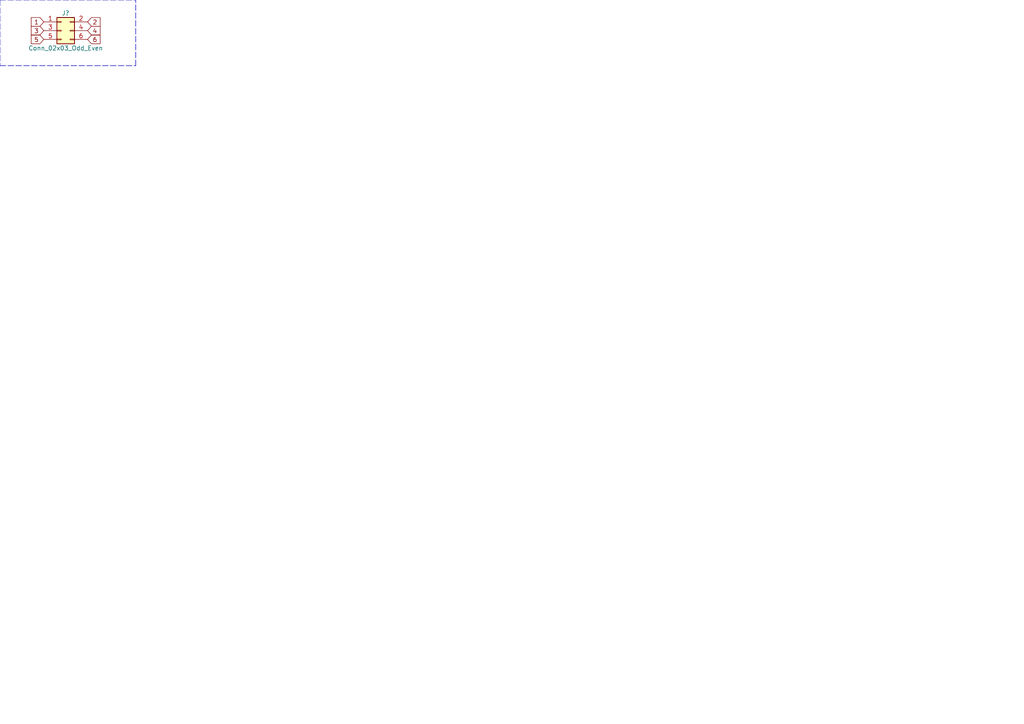
<source format=kicad_sch>
(kicad_sch (version 20201015) (generator eeschema)
  (paper "A4")
  (lib_symbols
    (symbol "Connector_Generic:Conn_02x03_Odd_Even" (pin_names (offset 1.016) hide)
      (property "Reference" "J" (at 1.27 5.08 0))
      (property "Value" "Conn_02x03_Odd_Even" (at 1.27 -5.08 0))
      (symbol "Conn_02x03_Odd_Even_1_1"
        (rectangle (start -1.27 -2.413) (end 0 -2.667) (stroke (width 0.1524)))
        (rectangle (start -1.27 2.667) (end 0 2.413) (stroke (width 0.1524)))
        (rectangle (start -1.27 3.81) (end 3.81 -3.81) (stroke (width 0.254)) (fill (type background)))
        (rectangle (start -1.27 0.127) (end 0 -0.127) (stroke (width 0.1524)))
        (rectangle (start 3.81 -2.413) (end 2.54 -2.667) (stroke (width 0.1524)))
        (rectangle (start 3.81 2.667) (end 2.54 2.413) (stroke (width 0.1524)))
        (rectangle (start 3.81 0.127) (end 2.54 -0.127) (stroke (width 0.1524)))
        (pin passive line (at -5.08 2.54 0) (length 3.81) (name "Pin_1") (number "1"))
        (pin passive line (at 7.62 2.54 180) (length 3.81) (name "Pin_2") (number "2"))
        (pin passive line (at -5.08 0 0) (length 3.81) (name "Pin_3") (number "3"))
        (pin passive line (at 7.62 0 180) (length 3.81) (name "Pin_4") (number "4"))
        (pin passive line (at -5.08 -2.54 0) (length 3.81) (name "Pin_5") (number "5"))
        (pin passive line (at 7.62 -2.54 180) (length 3.81) (name "Pin_6") (number "6"))
      )
    )
  )
  (polyline (pts (xy 0 0) (xy 0 19.05)) (stroke (width 0) (type dash)))
  (polyline (pts (xy 0 0) (xy 39.37 0)) (stroke (width 0) (type dash)))
  (polyline (pts (xy 0 19.05) (xy 39.37 19.05)) (stroke (width 0) (type dash)))
  (polyline (pts (xy 39.37 19.05) (xy 39.37 0)) (stroke (width 0) (type dash)))
  (text "D J4\nF .*\nV .*" (at 0 0 0) (effects (font (size 1.27 1.27)) (justify left bottom)))
  (global_label "1" (shape input) (at 12.7 6.35 180) (property "Intersheet References" "${INTERSHEET_REFS}" (effects hide)))
  (global_label "3" (shape input) (at 12.7 8.89 180) (property "Intersheet References" "${INTERSHEET_REFS}" (effects hide)))
  (global_label "5" (shape input) (at 12.7 11.43 180) (property "Intersheet References" "${INTERSHEET_REFS}" (effects hide)))
  (global_label "2" (shape input) (at 25.4 6.35 0) (property "Intersheet References" "${INTERSHEET_REFS}" (effects hide)))
  (global_label "4" (shape input) (at 25.4 8.89 0) (property "Intersheet References" "${INTERSHEET_REFS}" (effects hide)))
  (global_label "6" (shape input) (at 25.4 11.43 0) (property "Intersheet References" "${INTERSHEET_REFS}" (effects hide)))
  (symbol (lib_id "Connector_Generic:Conn_02x03_Odd_Even") (at 17.78 8.89 0) (unit 1)
    (property "Reference" "J?" (at 19.05 3.81 0))
    (property "Value" "Conn_02x03_Odd_Even" (at 19.05 13.97 0))
  )
)
</source>
